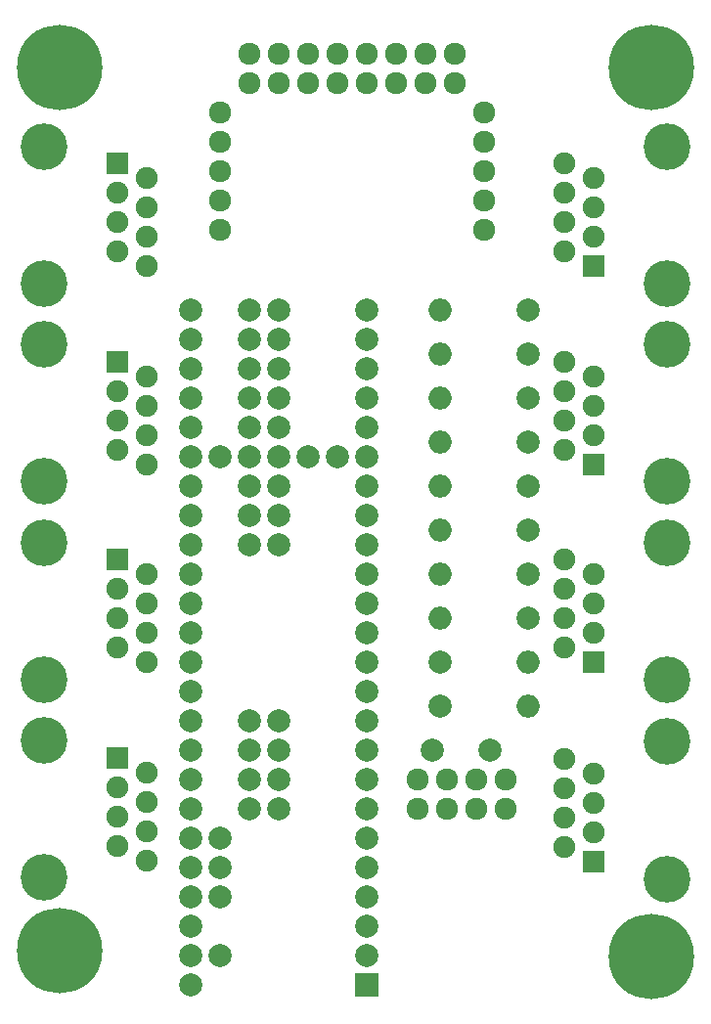
<source format=gbs>
G04 #@! TF.FileFunction,Soldermask,Bot*
%FSLAX46Y46*%
G04 Gerber Fmt 4.6, Leading zero omitted, Abs format (unit mm)*
G04 Created by KiCad (PCBNEW 4.0.6) date Mon May  1 22:33:24 2017*
%MOMM*%
%LPD*%
G01*
G04 APERTURE LIST*
%ADD10C,0.100000*%
%ADD11C,4.050000*%
%ADD12R,1.900000X1.900000*%
%ADD13C,1.900000*%
%ADD14C,7.400000*%
%ADD15C,2.000000*%
%ADD16R,2.000000X2.000000*%
%ADD17O,2.000000X2.000000*%
%ADD18C,1.924000*%
G04 APERTURE END LIST*
D10*
D11*
X181600000Y-118620000D03*
X181600000Y-130490000D03*
D12*
X175250000Y-129000000D03*
D13*
X172710000Y-127730000D03*
X175250000Y-126460000D03*
X172710000Y-125190000D03*
X175250000Y-123920000D03*
X172710000Y-122650000D03*
X175250000Y-121380000D03*
X172710000Y-120110000D03*
D14*
X180250000Y-60250000D03*
X180250000Y-137250000D03*
X129000000Y-60250000D03*
D11*
X127635000Y-78960000D03*
X127635000Y-67090000D03*
D12*
X133985000Y-68580000D03*
D13*
X136525000Y-69850000D03*
X133985000Y-71120000D03*
X136525000Y-72390000D03*
X133985000Y-73660000D03*
X136525000Y-74930000D03*
X133985000Y-76200000D03*
X136525000Y-77470000D03*
D11*
X127635000Y-96105000D03*
X127635000Y-84235000D03*
D12*
X133985000Y-85725000D03*
D13*
X136525000Y-86995000D03*
X133985000Y-88265000D03*
X136525000Y-89535000D03*
X133985000Y-90805000D03*
X136525000Y-92075000D03*
X133985000Y-93345000D03*
X136525000Y-94615000D03*
D11*
X127635000Y-113250000D03*
X127635000Y-101380000D03*
D12*
X133985000Y-102870000D03*
D13*
X136525000Y-104140000D03*
X133985000Y-105410000D03*
X136525000Y-106680000D03*
X133985000Y-107950000D03*
X136525000Y-109220000D03*
X133985000Y-110490000D03*
X136525000Y-111760000D03*
D11*
X127650000Y-130380000D03*
X127650000Y-118510000D03*
D12*
X134000000Y-120000000D03*
D13*
X136540000Y-121270000D03*
X134000000Y-122540000D03*
X136540000Y-123810000D03*
X134000000Y-125080000D03*
X136540000Y-126350000D03*
X134000000Y-127620000D03*
X136540000Y-128890000D03*
D11*
X181610000Y-67090000D03*
X181610000Y-78960000D03*
D12*
X175260000Y-77470000D03*
D13*
X172720000Y-76200000D03*
X175260000Y-74930000D03*
X172720000Y-73660000D03*
X175260000Y-72390000D03*
X172720000Y-71120000D03*
X175260000Y-69850000D03*
X172720000Y-68580000D03*
D11*
X181610000Y-84235000D03*
X181610000Y-96105000D03*
D12*
X175260000Y-94615000D03*
D13*
X172720000Y-93345000D03*
X175260000Y-92075000D03*
X172720000Y-90805000D03*
X175260000Y-89535000D03*
X172720000Y-88265000D03*
X175260000Y-86995000D03*
X172720000Y-85725000D03*
D11*
X181610000Y-101380000D03*
X181610000Y-113250000D03*
D12*
X175260000Y-111760000D03*
D13*
X172720000Y-110490000D03*
X175260000Y-109220000D03*
X172720000Y-107950000D03*
X175260000Y-106680000D03*
X172720000Y-105410000D03*
X175260000Y-104140000D03*
X172720000Y-102870000D03*
D15*
X155575000Y-99060000D03*
X155575000Y-96520000D03*
X155575000Y-93980000D03*
X155575000Y-91440000D03*
X155575000Y-101600000D03*
X155575000Y-104140000D03*
X155575000Y-106680000D03*
X155575000Y-88900000D03*
X155575000Y-86360000D03*
X155575000Y-83820000D03*
X155575000Y-81280000D03*
X153035000Y-93980000D03*
X150495000Y-93980000D03*
X147955000Y-93980000D03*
X145415000Y-93980000D03*
X142875000Y-93980000D03*
X140335000Y-81280000D03*
X140335000Y-83820000D03*
X140335000Y-86360000D03*
X140335000Y-88900000D03*
X140335000Y-91440000D03*
X140335000Y-93980000D03*
X140335000Y-96520000D03*
X140335000Y-99060000D03*
X155575000Y-109220000D03*
X155575000Y-111760000D03*
X155575000Y-114300000D03*
X155575000Y-116840000D03*
X155575000Y-119380000D03*
X155575000Y-121920000D03*
X155575000Y-124460000D03*
X155575000Y-127000000D03*
X155575000Y-129540000D03*
X155575000Y-132080000D03*
X155575000Y-134620000D03*
X155575000Y-137160000D03*
D16*
X155575000Y-139700000D03*
D15*
X140335000Y-101600000D03*
X140335000Y-104140000D03*
X140335000Y-106680000D03*
X140335000Y-109220000D03*
X140335000Y-111760000D03*
X140335000Y-114300000D03*
X140335000Y-116840000D03*
X140335000Y-119380000D03*
X140335000Y-121920000D03*
X140335000Y-124460000D03*
X140335000Y-127000000D03*
X140335000Y-129540000D03*
X140335000Y-132080000D03*
X140335000Y-134620000D03*
X140335000Y-137160000D03*
X140335000Y-139700000D03*
X142875000Y-137160000D03*
X142875000Y-132080000D03*
X142875000Y-129540000D03*
X142875000Y-127000000D03*
X147955000Y-124460000D03*
X147955000Y-121920000D03*
X147955000Y-119380000D03*
X147955000Y-116840000D03*
X147955000Y-101600000D03*
X147955000Y-99060000D03*
X147955000Y-96520000D03*
X147955000Y-91440000D03*
X147955000Y-88900000D03*
X147955000Y-86360000D03*
X147955000Y-83820000D03*
X147955000Y-81280000D03*
X145415000Y-81280000D03*
X145415000Y-83820000D03*
X145415000Y-86360000D03*
X145415000Y-88900000D03*
X145415000Y-91440000D03*
X145415000Y-96520000D03*
X145415000Y-99060000D03*
X145415000Y-101600000D03*
X145415000Y-116840000D03*
X145415000Y-119380000D03*
X145415000Y-121920000D03*
X145415000Y-124460000D03*
X169545000Y-85090000D03*
D17*
X161925000Y-85090000D03*
D15*
X169545000Y-88900000D03*
D17*
X161925000Y-88900000D03*
D15*
X169545000Y-92710000D03*
D17*
X161925000Y-92710000D03*
D15*
X169545000Y-96520000D03*
D17*
X161925000Y-96520000D03*
D15*
X169545000Y-100330000D03*
D17*
X161925000Y-100330000D03*
D15*
X169545000Y-104140000D03*
D17*
X161925000Y-104140000D03*
D15*
X169545000Y-107950000D03*
D17*
X161925000Y-107950000D03*
D18*
X167640000Y-124460000D03*
X167640000Y-121920000D03*
X165100000Y-124460000D03*
X165100000Y-121920000D03*
X162560000Y-124460000D03*
X162560000Y-121920000D03*
X160020000Y-124460000D03*
X160020000Y-121920000D03*
D14*
X129000000Y-136750000D03*
D15*
X169545000Y-81280000D03*
D17*
X161925000Y-81280000D03*
D18*
X142875000Y-64135000D03*
X142875000Y-66675000D03*
X142875000Y-69215000D03*
X142875000Y-71755000D03*
X142875000Y-74295000D03*
X165735000Y-64135000D03*
X165735000Y-66675000D03*
X165735000Y-69215000D03*
X165735000Y-71755000D03*
X165735000Y-74295000D03*
X163195000Y-61595000D03*
X163195000Y-59055000D03*
X160655000Y-61595000D03*
X160655000Y-59055000D03*
X158115000Y-61595000D03*
X158115000Y-59055000D03*
X155575000Y-61595000D03*
X155575000Y-59055000D03*
X153035000Y-61595000D03*
X153035000Y-59055000D03*
X150495000Y-61595000D03*
X150495000Y-59055000D03*
X147955000Y-61595000D03*
X147955000Y-59055000D03*
X145415000Y-61595000D03*
X145415000Y-59055000D03*
D15*
X161925000Y-111760000D03*
D17*
X169545000Y-111760000D03*
D15*
X161925000Y-115570000D03*
D17*
X169545000Y-115570000D03*
D15*
X161290000Y-119380000D03*
X166290000Y-119380000D03*
M02*

</source>
